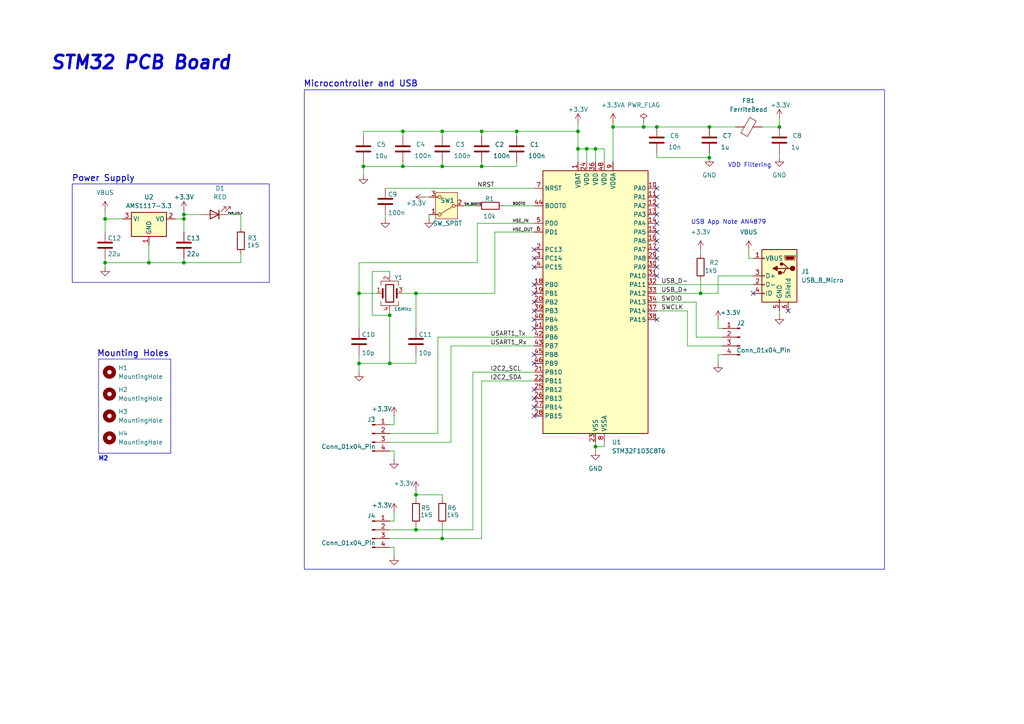
<source format=kicad_sch>
(kicad_sch (version 20231120) (generator "eeschema") (generator_version "8.0")
  (paper "A4")
  (title_block (title "STM32_PCB") (date "2025-02-18") (rev "0.1") (company "_pi.py"))
  (lib_symbols
    (symbol "Connector:Conn_01x04_Pin" (pin_names (offset 1.016) hide)
      (property "Reference" "J" (at 0 5.08 0))
      (property "Value" "Conn_01x04_Pin" (at 0 -7.62 0))
      (symbol "Conn_01x04_Pin_1_1"
        (polyline (pts (xy 1.27 -5.08) (xy 0.8636 -5.08)) (stroke (width 0.1524)))
        (polyline (pts (xy 1.27 -2.54) (xy 0.8636 -2.54)) (stroke (width 0.1524)))
        (polyline (pts (xy 1.27 0) (xy 0.8636 0)) (stroke (width 0.1524)))
        (polyline (pts (xy 1.27 2.54) (xy 0.8636 2.54)) (stroke (width 0.1524)))
        (rectangle (start 0.8636 -4.953) (end 0 -5.207) (stroke (width 0.1524)) (fill (type outline)))
        (rectangle (start 0.8636 -2.413) (end 0 -2.667) (stroke (width 0.1524)) (fill (type outline)))
        (rectangle (start 0.8636 0.127) (end 0 -0.127) (stroke (width 0.1524)) (fill (type outline)))
        (rectangle (start 0.8636 2.667) (end 0 2.413) (stroke (width 0.1524)) (fill (type outline)))
        (pin passive line (at 5.08 2.54 180) (length 3.81) (name "Pin_1") (number "1"))
        (pin passive line (at 5.08 0 180) (length 3.81) (name "Pin_2") (number "2"))
        (pin passive line (at 5.08 -2.54 180) (length 3.81) (name "Pin_3") (number "3"))
        (pin passive line (at 5.08 -5.08 180) (length 3.81) (name "Pin_4") (number "4"))
      )
    )
    (symbol "Connector:USB_B_Micro" (pin_names (offset 1.016))
      (property "Reference" "J" (at -5.08 11.43 0))
      (property "Value" "USB_B_Micro" (at -5.08 8.89 0))
      (symbol "USB_B_Micro_0_1"
        (rectangle (start -5.08 -7.62) (end 5.08 7.62) (stroke (width 0.254)) (fill (type background)))
        (circle (center -3.81 2.159) (radius 0.635) (stroke (width 0.254)) (fill (type outline)))
        (circle (center -0.635 3.429) (radius 0.381) (stroke (width 0.254)) (fill (type outline)))
        (rectangle (start -0.127 -7.62) (end 0.127 -6.858))
        (polyline (pts (xy -1.905 2.159) (xy 0.635 2.159)) (stroke (width 0.254)))
        (polyline (pts (xy -3.175 2.159) (xy -2.54 2.159) (xy -1.27 3.429) (xy -0.635 3.429)) (stroke (width 0.254)))
        (polyline (pts (xy -2.54 2.159) (xy -1.905 2.159) (xy -1.27 0.889) (xy 0 0.889)) (stroke (width 0.254)))
        (polyline (pts (xy 0.635 2.794) (xy 0.635 1.524) (xy 1.905 2.159) (xy 0.635 2.794)) (stroke (width 0.254)) (fill (type outline)))
        (polyline (pts (xy -4.318 5.588) (xy -1.778 5.588) (xy -2.032 4.826) (xy -4.064 4.826) (xy -4.318 5.588)) (fill (type outline)))
        (polyline (pts (xy -4.699 5.842) (xy -4.699 5.588) (xy -4.445 4.826) (xy -4.445 4.572) (xy -1.651 4.572) (xy -1.651 4.826) (xy -1.397 5.588) (xy -1.397 5.842) (xy -4.699 5.842)))
        (rectangle (start 0.254 1.27) (end -0.508 0.508) (stroke (width 0.254)) (fill (type outline)))
        (rectangle (start 5.08 -5.207) (end 4.318 -4.953))
        (rectangle (start 5.08 -2.667) (end 4.318 -2.413))
        (rectangle (start 5.08 -0.127) (end 4.318 0.127))
        (rectangle (start 5.08 4.953) (end 4.318 5.207))
      )
      (symbol "USB_B_Micro_1_1"
        (pin power_out line (at 7.62 5.08 180) (length 2.54) (name "VBUS") (number "1"))
        (pin bidirectional line (at 7.62 -2.54 180) (length 2.54) (name "D-") (number "2"))
        (pin bidirectional line (at 7.62 0 180) (length 2.54) (name "D+") (number "3"))
        (pin passive line (at 7.62 -5.08 180) (length 2.54) (name "ID") (number "4"))
        (pin power_out line (at 0 -10.16 90) (length 2.54) (name "GND") (number "5"))
        (pin passive line (at -2.54 -10.16 90) (length 2.54) (name "Shield") (number "6"))
      )
    )
    (symbol "Device:C" (pin_numbers hide) (pin_names (offset 0.254))
      (property "Reference" "C" (at 0.635 2.54 0))
      (property "Value" "C" (at 0.635 -2.54 0))
      (symbol "C_0_1"
        (polyline (pts (xy -2.032 -0.762) (xy 2.032 -0.762)) (stroke (width 0.508)))
        (polyline (pts (xy -2.032 0.762) (xy 2.032 0.762)) (stroke (width 0.508)))
      )
      (symbol "C_1_1"
        (pin passive line (at 0 3.81 270) (length 2.794) (name "~") (number "1"))
        (pin passive line (at 0 -3.81 90) (length 2.794) (name "~") (number "2"))
      )
    )
    (symbol "Device:Crystal_GND24" (pin_names (offset 1.016) hide)
      (property "Reference" "Y" (at 3.175 5.08 0))
      (property "Value" "Crystal_GND24" (at 3.175 3.175 0))
      (symbol "Crystal_GND24_0_1"
        (rectangle (start -1.143 2.54) (end 1.143 -2.54) (stroke (width 0.3048)))
        (polyline (pts (xy -2.54 0) (xy -2.032 0)))
        (polyline (pts (xy -2.032 -1.27) (xy -2.032 1.27)) (stroke (width 0.508)))
        (polyline (pts (xy 0 -3.81) (xy 0 -3.556)))
        (polyline (pts (xy 0 3.556) (xy 0 3.81)))
        (polyline (pts (xy 2.032 -1.27) (xy 2.032 1.27)) (stroke (width 0.508)))
        (polyline (pts (xy 2.032 0) (xy 2.54 0)))
        (polyline (pts (xy -2.54 -2.286) (xy -2.54 -3.556) (xy 2.54 -3.556) (xy 2.54 -2.286)))
        (polyline (pts (xy -2.54 2.286) (xy -2.54 3.556) (xy 2.54 3.556) (xy 2.54 2.286)))
      )
      (symbol "Crystal_GND24_1_1"
        (pin passive line (at -3.81 0 0) (length 1.27) (name "1") (number "1"))
        (pin passive line (at 0 5.08 270) (length 1.27) (name "2") (number "2"))
        (pin passive line (at 3.81 0 180) (length 1.27) (name "3") (number "3"))
        (pin passive line (at 0 -5.08 90) (length 1.27) (name "4") (number "4"))
      )
    )
    (symbol "Device:FerriteBead" (pin_numbers hide) (pin_names (offset 0))
      (property "Reference" "FB" (at -3.81 0.635 90))
      (property "Value" "FerriteBead" (at 3.81 0 90))
      (symbol "FerriteBead_0_1"
        (polyline (pts (xy 0 -1.27) (xy 0 -1.2192)))
        (polyline (pts (xy 0 1.27) (xy 0 1.2954)))
        (polyline (pts (xy -2.7686 0.4064) (xy -1.7018 2.2606) (xy 2.7686 -0.3048) (xy 1.6764 -2.159) (xy -2.7686 0.4064)))
      )
      (symbol "FerriteBead_1_1"
        (pin passive line (at 0 3.81 270) (length 2.54) (name "~") (number "1"))
        (pin passive line (at 0 -3.81 90) (length 2.54) (name "~") (number "2"))
      )
    )
    (symbol "Device:LED" (pin_numbers hide) (pin_names (offset 1.016) hide)
      (property "Reference" "D" (at 0 2.54 0))
      (property "Value" "LED" (at 0 -2.54 0))
      (symbol "LED_0_1"
        (polyline (pts (xy -1.27 -1.27) (xy -1.27 1.27)) (stroke (width 0.254)))
        (polyline (pts (xy -1.27 0) (xy 1.27 0)))
        (polyline (pts (xy 1.27 -1.27) (xy 1.27 1.27) (xy -1.27 0) (xy 1.27 -1.27)) (stroke (width 0.254)))
        (polyline (pts (xy -3.048 -0.762) (xy -4.572 -2.286) (xy -3.81 -2.286) (xy -4.572 -2.286) (xy -4.572 -1.524)))
        (polyline (pts (xy -1.778 -0.762) (xy -3.302 -2.286) (xy -2.54 -2.286) (xy -3.302 -2.286) (xy -3.302 -1.524)))
      )
      (symbol "LED_1_1"
        (pin passive line (at -3.81 0 0) (length 2.54) (name "K") (number "1"))
        (pin passive line (at 3.81 0 180) (length 2.54) (name "A") (number "2"))
      )
    )
    (symbol "Device:R" (pin_numbers hide) (pin_names (offset 0))
      (property "Reference" "R" (at 2.032 0 90))
      (property "Value" "R" (at 0 0 90))
      (symbol "R_0_1"
        (rectangle (start -1.016 -2.54) (end 1.016 2.54) (stroke (width 0.254)))
      )
      (symbol "R_1_1"
        (pin passive line (at 0 3.81 270) (length 1.27) (name "~") (number "1"))
        (pin passive line (at 0 -3.81 90) (length 1.27) (name "~") (number "2"))
      )
    )
    (symbol "MCU_ST_STM32F1:STM32F103C8Tx"
      (property "Reference" "U" (at -15.24 39.37 0))
      (property "Value" "STM32F103C8Tx" (at 7.62 39.37 0))
      (symbol "STM32F103C8Tx_0_1"
        (rectangle (start -15.24 -38.1) (end 15.24 38.1) (stroke (width 0.254)) (fill (type background)))
      )
      (symbol "STM32F103C8Tx_1_1"
        (pin power_in line (at -5.08 40.64 270) (length 2.54) (name "VBAT") (number "1"))
        (pin bidirectional line (at 17.78 33.02 180) (length 2.54) (name "PA0") (number "10"))
        (pin bidirectional line (at 17.78 30.48 180) (length 2.54) (name "PA1") (number "11"))
        (pin bidirectional line (at 17.78 27.94 180) (length 2.54) (name "PA2") (number "12"))
        (pin bidirectional line (at 17.78 25.4 180) (length 2.54) (name "PA3") (number "13"))
        (pin bidirectional line (at 17.78 22.86 180) (length 2.54) (name "PA4") (number "14"))
        (pin bidirectional line (at 17.78 20.32 180) (length 2.54) (name "PA5") (number "15"))
        (pin bidirectional line (at 17.78 17.78 180) (length 2.54) (name "PA6") (number "16"))
        (pin bidirectional line (at 17.78 15.24 180) (length 2.54) (name "PA7") (number "17"))
        (pin bidirectional line (at -17.78 5.08 0) (length 2.54) (name "PB0") (number "18"))
        (pin bidirectional line (at -17.78 2.54 0) (length 2.54) (name "PB1") (number "19"))
        (pin bidirectional line (at -17.78 15.24 0) (length 2.54) (name "PC13") (number "2"))
        (pin bidirectional line (at -17.78 0 0) (length 2.54) (name "PB2") (number "20"))
        (pin bidirectional line (at -17.78 -20.32 0) (length 2.54) (name "PB10") (number "21"))
        (pin bidirectional line (at -17.78 -22.86 0) (length 2.54) (name "PB11") (number "22"))
        (pin power_in line (at 0 -40.64 90) (length 2.54) (name "VSS") (number "23"))
        (pin power_in line (at -2.54 40.64 270) (length 2.54) (name "VDD") (number "24"))
        (pin bidirectional line (at -17.78 -25.4 0) (length 2.54) (name "PB12") (number "25"))
        (pin bidirectional line (at -17.78 -27.94 0) (length 2.54) (name "PB13") (number "26"))
        (pin bidirectional line (at -17.78 -30.48 0) (length 2.54) (name "PB14") (number "27"))
        (pin bidirectional line (at -17.78 -33.02 0) (length 2.54) (name "PB15") (number "28"))
        (pin bidirectional line (at 17.78 12.7 180) (length 2.54) (name "PA8") (number "29"))
        (pin bidirectional line (at -17.78 12.7 0) (length 2.54) (name "PC14") (number "3"))
        (pin bidirectional line (at 17.78 10.16 180) (length 2.54) (name "PA9") (number "30"))
        (pin bidirectional line (at 17.78 7.62 180) (length 2.54) (name "PA10") (number "31"))
        (pin bidirectional line (at 17.78 5.08 180) (length 2.54) (name "PA11") (number "32"))
        (pin bidirectional line (at 17.78 2.54 180) (length 2.54) (name "PA12") (number "33"))
        (pin bidirectional line (at 17.78 0 180) (length 2.54) (name "PA13") (number "34"))
        (pin passive line (at 0 -40.64 90) (length 2.54) hide (name "VSS") (number "35"))
        (pin power_in line (at 0 40.64 270) (length 2.54) (name "VDD") (number "36"))
        (pin bidirectional line (at 17.78 -2.54 180) (length 2.54) (name "PA14") (number "37"))
        (pin bidirectional line (at 17.78 -5.08 180) (length 2.54) (name "PA15") (number "38"))
        (pin bidirectional line (at -17.78 -2.54 0) (length 2.54) (name "PB3") (number "39"))
        (pin bidirectional line (at -17.78 10.16 0) (length 2.54) (name "PC15") (number "4"))
        (pin bidirectional line (at -17.78 -5.08 0) (length 2.54) (name "PB4") (number "40"))
        (pin bidirectional line (at -17.78 -7.62 0) (length 2.54) (name "PB5") (number "41"))
        (pin bidirectional line (at -17.78 -10.16 0) (length 2.54) (name "PB6") (number "42"))
        (pin bidirectional line (at -17.78 -12.7 0) (length 2.54) (name "PB7") (number "43"))
        (pin input line (at -17.78 27.94 0) (length 2.54) (name "BOOT0") (number "44"))
        (pin bidirectional line (at -17.78 -15.24 0) (length 2.54) (name "PB8") (number "45"))
        (pin bidirectional line (at -17.78 -17.78 0) (length 2.54) (name "PB9") (number "46"))
        (pin passive line (at 0 -40.64 90) (length 2.54) hide (name "VSS") (number "47"))
        (pin power_in line (at 2.54 40.64 270) (length 2.54) (name "VDD") (number "48"))
        (pin bidirectional line (at -17.78 22.86 0) (length 2.54) (name "PD0") (number "5"))
        (pin bidirectional line (at -17.78 20.32 0) (length 2.54) (name "PD1") (number "6"))
        (pin input line (at -17.78 33.02 0) (length 2.54) (name "NRST") (number "7"))
        (pin power_in line (at 2.54 -40.64 90) (length 2.54) (name "VSSA") (number "8"))
        (pin power_in line (at 5.08 40.64 270) (length 2.54) (name "VDDA") (number "9"))
      )
    )
    (symbol "Mechanical:MountingHole" (pin_names (offset 1.016)) (exclude_from_sim yes) (in_bom no)
      (property "Reference" "H" (at 0 5.08 0))
      (property "Value" "MountingHole" (at 0 3.175 0))
      (symbol "MountingHole_0_1"
        (circle (center 0 0) (radius 1.27) (stroke (width 1.27)))
      )
    )
    (symbol "Regulator_Linear:AMS1117-3.3"
      (property "Reference" "U" (at -3.81 3.175 0))
      (property "Value" "AMS1117-3.3" (at 0 3.175 0))
      (symbol "AMS1117-3.3_0_1"
        (rectangle (start -5.08 -5.08) (end 5.08 1.905) (stroke (width 0.254)) (fill (type background)))
      )
      (symbol "AMS1117-3.3_1_1"
        (pin power_in line (at 0 -7.62 90) (length 2.54) (name "GND") (number "1"))
        (pin power_out line (at 7.62 0 180) (length 2.54) (name "VO") (number "2"))
        (pin power_in line (at -7.62 0 0) (length 2.54) (name "VI") (number "3"))
      )
    )
    (symbol "Switch:SW_SPDT" (pin_names (offset 0) hide)
      (property "Reference" "SW" (at 0 5.08 0))
      (property "Value" "SW_SPDT" (at 0 -5.08 0))
      (symbol "SW_SPDT_0_1"
        (circle (center -2.032 0) (radius 0.4572))
        (polyline (pts (xy -1.651 0.254) (xy 1.651 2.286)))
        (circle (center 2.032 -2.54) (radius 0.4572))
        (circle (center 2.032 2.54) (radius 0.4572))
      )
      (symbol "SW_SPDT_1_1"
        (rectangle (start -3.175 3.81) (end 3.175 -3.81) (fill (type background)))
        (pin passive line (at 5.08 2.54 180) (length 2.54) (name "A") (number "1"))
        (pin passive line (at -5.08 0 0) (length 2.54) (name "B") (number "2"))
        (pin passive line (at 5.08 -2.54 180) (length 2.54) (name "C") (number "3"))
      )
    )
    (symbol "power:+3.3V" (power) (pin_numbers hide) (pin_names (offset 0) hide)
      (property "Value" "+3.3V" (at 0 3.556 0))
      (symbol "+3.3V_0_1"
        (polyline (pts (xy -0.762 1.27) (xy 0 2.54)))
        (polyline (pts (xy 0 0) (xy 0 2.54)))
        (polyline (pts (xy 0 2.54) (xy 0.762 1.27)))
      )
      (symbol "+3.3V_1_1"
        (pin power_in line (at 0 0 90) (length 0) (name "~") (number "1"))
      )
    )
    (symbol "power:+3.3VA" (power) (pin_numbers hide) (pin_names (offset 0) hide)
      (property "Value" "+3.3VA" (at 0 3.556 0))
      (symbol "+3.3VA_0_1"
        (polyline (pts (xy -0.762 1.27) (xy 0 2.54)))
        (polyline (pts (xy 0 0) (xy 0 2.54)))
        (polyline (pts (xy 0 2.54) (xy 0.762 1.27)))
      )
      (symbol "+3.3VA_1_1"
        (pin power_in line (at 0 0 90) (length 0) (name "~") (number "1"))
      )
    )
    (symbol "power:GND" (power) (pin_numbers hide) (pin_names (offset 0) hide)
      (property "Value" "GND" (at 0 -3.81 0))
      (symbol "GND_0_1"
        (polyline (pts (xy 0 0) (xy 0 -1.27) (xy 1.27 -1.27) (xy 0 -2.54) (xy -1.27 -1.27) (xy 0 -1.27)))
      )
      (symbol "GND_1_1"
        (pin power_in line (at 0 0 270) (length 0) (name "~") (number "1"))
      )
    )
    (symbol "power:PWR_FLAG" (power) (pin_numbers hide) (pin_names (offset 0) hide)
      (property "Value" "PWR_FLAG" (at 0 3.81 0))
      (symbol "PWR_FLAG_0_0"
        (pin power_out line (at 0 0 90) (length 0) (name "~") (number "1"))
      )
      (symbol "PWR_FLAG_0_1"
        (polyline (pts (xy 0 0) (xy 0 1.27) (xy -1.016 1.905) (xy 0 2.54) (xy 1.016 1.905) (xy 0 1.27)))
      )
    )
    (symbol "power:VBUS" (power) (pin_numbers hide) (pin_names (offset 0) hide)
      (property "Value" "VBUS" (at 0 3.556 0))
      (symbol "VBUS_0_1"
        (polyline (pts (xy -0.762 1.27) (xy 0 2.54)))
        (polyline (pts (xy 0 0) (xy 0 2.54)))
        (polyline (pts (xy 0 2.54) (xy 0.762 1.27)))
      )
      (symbol "VBUS_1_1"
        (pin power_in line (at 0 0 90) (length 0) (name "~") (number "1"))
      )
    )
  )
  (junction (at 30.48 76.2))
  (junction (at 128.27 156.21))
  (junction (at 190.5 36.83))
  (junction (at 104.14 85.09))
  (junction (at 177.8 36.83))
  (junction (at 104.14 105.41))
  (junction (at 120.65 153.67))
  (junction (at 120.65 143.51))
  (junction (at 205.74 36.83))
  (junction (at 149.86 38.1))
  (junction (at 53.34 76.2))
  (junction (at 139.7 38.1))
  (junction (at 113.03 91.44))
  (junction (at 53.34 63.5))
  (junction (at 167.64 38.1))
  (junction (at 226.06 36.83))
  (junction (at 116.84 38.1))
  (junction (at 53.34 62.23))
  (junction (at 205.74 45.72))
  (junction (at 116.84 48.26))
  (junction (at 170.18 43.18))
  (junction (at 43.18 76.2))
  (junction (at 113.03 105.41))
  (junction (at 172.72 43.18))
  (junction (at 30.48 63.5))
  (junction (at 203.2 85.09))
  (junction (at 128.27 38.1))
  (junction (at 139.7 48.26))
  (junction (at 172.72 129.54))
  (junction (at 105.41 48.26))
  (junction (at 186.69 36.83))
  (junction (at 167.64 43.18))
  (junction (at 128.27 48.26))
  (junction (at 120.65 85.09))
  (no_connect (at 190.5 72.39))
  (no_connect (at 190.5 69.85))
  (no_connect (at 190.5 74.93))
  (no_connect (at 190.5 77.47))
  (no_connect (at 154.94 72.39))
  (no_connect (at 190.5 67.31))
  (no_connect (at 154.94 77.47))
  (no_connect (at 154.94 95.25))
  (no_connect (at 154.94 105.41))
  (no_connect (at 218.44 85.09))
  (no_connect (at 154.94 102.87))
  (no_connect (at 154.94 82.55))
  (no_connect (at 190.5 64.77))
  (no_connect (at 154.94 118.11))
  (no_connect (at 154.94 87.63))
  (no_connect (at 154.94 120.65))
  (no_connect (at 154.94 85.09))
  (no_connect (at 190.5 62.23))
  (no_connect (at 228.6 90.17))
  (no_connect (at 154.94 115.57))
  (no_connect (at 154.94 92.71))
  (no_connect (at 154.94 113.03))
  (no_connect (at 190.5 54.61))
  (no_connect (at 190.5 57.15))
  (no_connect (at 154.94 90.17))
  (no_connect (at 154.94 74.93))
  (no_connect (at 190.5 80.01))
  (no_connect (at 190.5 92.71))
  (no_connect (at 190.5 59.69))
  (wire (pts (xy 190.5 44.45) (xy 190.5 45.72)))
  (wire (pts (xy 43.18 71.12) (xy 43.18 76.2)))
  (wire (pts (xy 116.84 38.1) (xy 128.27 38.1)))
  (wire (pts (xy 190.5 82.55) (xy 218.44 82.55)))
  (wire (pts (xy 113.03 78.74) (xy 107.95 78.74)))
  (wire (pts (xy 113.03 91.44) (xy 113.03 105.41)))
  (wire (pts (xy 172.72 129.54) (xy 175.26 129.54)))
  (wire (pts (xy 120.65 105.41) (xy 120.65 102.87)))
  (wire (pts (xy 154.94 64.77) (xy 138.43 64.77)))
  (wire (pts (xy 113.03 80.01) (xy 113.03 78.74)))
  (wire (pts (xy 120.65 143.51) (xy 128.27 143.51)))
  (wire (pts (xy 172.72 43.18) (xy 172.72 46.99)))
  (wire (pts (xy 201.93 87.63) (xy 201.93 97.79)))
  (wire (pts (xy 113.03 153.67) (xy 120.65 153.67)))
  (wire (pts (xy 134.62 59.69) (xy 138.43 59.69)))
  (wire (pts (xy 226.06 34.29) (xy 226.06 36.83)))
  (wire (pts (xy 69.85 76.2) (xy 53.34 76.2)))
  (wire (pts (xy 104.14 76.2) (xy 138.43 76.2)))
  (wire (pts (xy 69.85 62.23) (xy 66.04 62.23)))
  (wire (pts (xy 226.06 90.17) (xy 226.06 91.44)))
  (wire (pts (xy 43.18 76.2) (xy 53.34 76.2)))
  (wire (pts (xy 104.14 85.09) (xy 104.14 95.25)))
  (wire (pts (xy 226.06 44.45) (xy 226.06 45.72)))
  (wire (pts (xy 120.65 152.4) (xy 120.65 153.67)))
  (wire (pts (xy 104.14 102.87) (xy 104.14 105.41)))
  (wire (pts (xy 175.26 43.18) (xy 175.26 46.99)))
  (wire (pts (xy 190.5 90.17) (xy 199.39 90.17)))
  (wire (pts (xy 114.3 151.13) (xy 113.03 151.13)))
  (wire (pts (xy 69.85 62.23) (xy 69.85 66.04)))
  (wire (pts (xy 113.03 128.27) (xy 130.81 128.27)))
  (wire (pts (xy 199.39 100.33) (xy 209.55 100.33)))
  (wire (pts (xy 203.2 81.28) (xy 203.2 85.09)))
  (wire (pts (xy 205.74 44.45) (xy 205.74 45.72)))
  (wire (pts (xy 105.41 39.37) (xy 105.41 38.1)))
  (wire (pts (xy 138.43 64.77) (xy 138.43 76.2)))
  (wire (pts (xy 104.14 105.41) (xy 113.03 105.41)))
  (wire (pts (xy 208.28 95.25) (xy 209.55 95.25)))
  (wire (pts (xy 190.5 87.63) (xy 201.93 87.63)))
  (wire (pts (xy 105.41 48.26) (xy 116.84 48.26)))
  (wire (pts (xy 53.34 62.23) (xy 58.42 62.23)))
  (wire (pts (xy 30.48 74.93) (xy 30.48 76.2)))
  (wire (pts (xy 128.27 152.4) (xy 128.27 156.21)))
  (wire (pts (xy 128.27 38.1) (xy 128.27 39.37)))
  (wire (pts (xy 130.81 128.27) (xy 130.81 100.33)))
  (wire (pts (xy 30.48 67.31) (xy 30.48 63.5)))
  (wire (pts (xy 208.28 105.41) (xy 208.28 102.87)))
  (wire (pts (xy 190.5 85.09) (xy 203.2 85.09)))
  (wire (pts (xy 205.74 36.83) (xy 213.36 36.83)))
  (wire (pts (xy 208.28 102.87) (xy 209.55 102.87)))
  (wire (pts (xy 120.65 153.67) (xy 137.16 153.67)))
  (wire (pts (xy 53.34 60.96) (xy 53.34 62.23)))
  (wire (pts (xy 177.8 36.83) (xy 177.8 46.99)))
  (wire (pts (xy 143.51 67.31) (xy 143.51 85.09)))
  (wire (pts (xy 128.27 48.26) (xy 139.7 48.26)))
  (wire (pts (xy 199.39 90.17) (xy 199.39 100.33)))
  (wire (pts (xy 167.64 43.18) (xy 170.18 43.18)))
  (wire (pts (xy 120.65 85.09) (xy 120.65 95.25)))
  (wire (pts (xy 128.27 38.1) (xy 139.7 38.1)))
  (wire (pts (xy 172.72 43.18) (xy 175.26 43.18)))
  (wire (pts (xy 114.3 120.65) (xy 114.3 123.19)))
  (wire (pts (xy 53.34 63.5) (xy 53.34 67.31)))
  (wire (pts (xy 217.17 72.39) (xy 217.17 74.93)))
  (wire (pts (xy 116.84 85.09) (xy 120.65 85.09)))
  (wire (pts (xy 128.27 46.99) (xy 128.27 48.26)))
  (wire (pts (xy 139.7 156.21) (xy 139.7 110.49)))
  (wire (pts (xy 139.7 38.1) (xy 149.86 38.1)))
  (wire (pts (xy 190.5 45.72) (xy 205.74 45.72)))
  (wire (pts (xy 208.28 92.71) (xy 208.28 95.25)))
  (wire (pts (xy 143.51 67.31) (xy 154.94 67.31)))
  (wire (pts (xy 170.18 43.18) (xy 172.72 43.18)))
  (wire (pts (xy 114.3 133.35) (xy 114.3 130.81)))
  (wire (pts (xy 116.84 46.99) (xy 116.84 48.26)))
  (wire (pts (xy 120.65 85.09) (xy 143.51 85.09)))
  (wire (pts (xy 149.86 48.26) (xy 149.86 46.99)))
  (wire (pts (xy 128.27 144.78) (xy 128.27 143.51)))
  (wire (pts (xy 120.65 142.24) (xy 120.65 143.51)))
  (wire (pts (xy 170.18 43.18) (xy 170.18 46.99)))
  (wire (pts (xy 53.34 62.23) (xy 53.34 63.5)))
  (wire (pts (xy 167.64 43.18) (xy 167.64 46.99)))
  (wire (pts (xy 127 125.73) (xy 127 97.79)))
  (wire (pts (xy 105.41 38.1) (xy 116.84 38.1)))
  (wire (pts (xy 114.3 161.29) (xy 114.3 158.75)))
  (wire (pts (xy 124.46 62.23) (xy 124.46 63.5)))
  (wire (pts (xy 113.03 156.21) (xy 128.27 156.21)))
  (wire (pts (xy 203.2 85.09) (xy 208.28 85.09)))
  (wire (pts (xy 123.19 57.15) (xy 124.46 57.15)))
  (wire (pts (xy 203.2 72.39) (xy 203.2 73.66)))
  (wire (pts (xy 30.48 63.5) (xy 35.56 63.5)))
  (wire (pts (xy 69.85 73.66) (xy 69.85 76.2)))
  (wire (pts (xy 218.44 80.01) (xy 208.28 80.01)))
  (wire (pts (xy 104.14 85.09) (xy 109.22 85.09)))
  (wire (pts (xy 208.28 80.01) (xy 208.28 85.09)))
  (wire (pts (xy 114.3 158.75) (xy 113.03 158.75)))
  (wire (pts (xy 128.27 156.21) (xy 139.7 156.21)))
  (wire (pts (xy 137.16 107.95) (xy 154.94 107.95)))
  (wire (pts (xy 177.8 35.56) (xy 177.8 36.83)))
  (wire (pts (xy 113.03 90.17) (xy 113.03 91.44)))
  (wire (pts (xy 105.41 48.26) (xy 105.41 50.8)))
  (wire (pts (xy 105.41 46.99) (xy 105.41 48.26)))
  (wire (pts (xy 139.7 46.99) (xy 139.7 48.26)))
  (wire (pts (xy 217.17 74.93) (xy 218.44 74.93)))
  (wire (pts (xy 107.95 91.44) (xy 113.03 91.44)))
  (wire (pts (xy 167.64 38.1) (xy 167.64 43.18)))
  (wire (pts (xy 149.86 38.1) (xy 167.64 38.1)))
  (wire (pts (xy 116.84 48.26) (xy 128.27 48.26)))
  (wire (pts (xy 172.72 129.54) (xy 172.72 130.81)))
  (wire (pts (xy 139.7 110.49) (xy 154.94 110.49)))
  (wire (pts (xy 107.95 78.74) (xy 107.95 91.44)))
  (wire (pts (xy 114.3 148.59) (xy 114.3 151.13)))
  (wire (pts (xy 186.69 35.56) (xy 186.69 36.83)))
  (wire (pts (xy 172.72 128.27) (xy 172.72 129.54)))
  (wire (pts (xy 139.7 48.26) (xy 149.86 48.26)))
  (wire (pts (xy 116.84 38.1) (xy 116.84 39.37)))
  (wire (pts (xy 114.3 130.81) (xy 113.03 130.81)))
  (wire (pts (xy 137.16 153.67) (xy 137.16 107.95)))
  (wire (pts (xy 50.8 63.5) (xy 53.34 63.5)))
  (wire (pts (xy 104.14 105.41) (xy 104.14 107.95)))
  (wire (pts (xy 167.64 35.56) (xy 167.64 38.1)))
  (wire (pts (xy 30.48 77.47) (xy 30.48 76.2)))
  (wire (pts (xy 146.05 59.69) (xy 154.94 59.69)))
  (wire (pts (xy 120.65 143.51) (xy 120.65 144.78)))
  (wire (pts (xy 220.98 36.83) (xy 226.06 36.83)))
  (wire (pts (xy 175.26 128.27) (xy 175.26 129.54)))
  (wire (pts (xy 111.76 54.61) (xy 154.94 54.61)))
  (wire (pts (xy 190.5 36.83) (xy 205.74 36.83)))
  (wire (pts (xy 30.48 76.2) (xy 43.18 76.2)))
  (wire (pts (xy 53.34 76.2) (xy 53.34 74.93)))
  (wire (pts (xy 113.03 105.41) (xy 120.65 105.41)))
  (wire (pts (xy 30.48 60.96) (xy 30.48 63.5)))
  (wire (pts (xy 201.93 97.79) (xy 209.55 97.79)))
  (wire (pts (xy 127 97.79) (xy 154.94 97.79)))
  (wire (pts (xy 186.69 36.83) (xy 190.5 36.83)))
  (wire (pts (xy 139.7 38.1) (xy 139.7 39.37)))
  (wire (pts (xy 177.8 36.83) (xy 186.69 36.83)))
  (wire (pts (xy 104.14 76.2) (xy 104.14 85.09)))
  (wire (pts (xy 149.86 38.1) (xy 149.86 39.37)))
  (wire (pts (xy 130.81 100.33) (xy 154.94 100.33)))
  (wire (pts (xy 114.3 123.19) (xy 113.03 123.19)))
  (wire (pts (xy 113.03 125.73) (xy 127 125.73)))
  (wire (pts (xy 111.76 63.5) (xy 111.76 62.23)))
  (rectangle (start 88.265 26.035) (end 256.54 165.1))
  (rectangle (start 20.955 53.34) (end 78.105 81.915))
  (rectangle (start 28.575 104.14) (end 49.53 131.445))
  (text "USB App Note AN4879\n\n" (at 211.328 65.532 0) (effects (font (size 1.27 1.27))))
  (text "VDD Filtering\n" (at 217.424 48.006 0) (effects (font (size 1.27 1.27))))
  (text "Power Supply\n" (at 29.972 51.816 0) (effects (font (size 1.778 1.778) (thickness 0.254) (bold yes))))
  (text "STM32 PCB Board " (at 42.418 18.288 0) (effects (font (size 3.81 3.81) (thickness 0.762) (bold yes) (italic yes))))
  (text "Microcontroller and USB\n" (at 104.648 24.384 0) (effects (font (size 1.778 1.778) (thickness 0.254) (bold yes))))
  (text "Mounting Holes" (at 38.608 102.616 0) (effects (font (size 1.778 1.778) (thickness 0.254) (bold yes))))
  (text "M2\n" (at 29.972 133.096 0) (effects (font (size 1.27 1.27) (thickness 0.254) (bold yes))))
  (label "I2C2_SDA" (at 142.24 110.49 0))
  (label "HSE_OUT" (at 148.59 67.31 0) (effects (font (size 0.889 0.889))))
  (label "BOOT0" (at 148.59 59.69 0) (effects (font (size 0.762 0.762))))
  (label "I2C2_SCL" (at 142.24 107.95 0))
  (label "SWCLK" (at 191.77 90.17 0))
  (label "SWDIO" (at 191.77 87.63 0))
  (label "SW_BOOT0" (at 134.62 59.69 0) (effects (font (size 0.635 0.635))))
  (label "HSE_IN" (at 148.59 64.77 0) (effects (font (size 0.889 0.889))))
  (label "USB_D+" (at 191.77 85.09 0))
  (label "USB_D-" (at 191.77 82.55 0))
  (label "PWR_LED_K" (at 66.04 62.23 0) (effects (font (size 0.508 0.508))))
  (label "USART1_Rx" (at 142.24 100.33 0))
  (label "NRST" (at 138.43 54.61 0))
  (label "USART1_Tx" (at 142.24 97.79 0))
  (symbol (lib_id "power:+3.3V") (at 167.64 35.56 0) (unit 1)
    (property "Reference" "#PWR02" (effects (hide yes)))
    (property "Value" "+3.3V" (at 167.64 31.75 0))
    (property "Description" "Power symbol creates a global label with name \"+3.3V\"" (effects (hide yes)))
  )
  (symbol (lib_id "Mechanical:MountingHole") (at 31.75 107.95 0) (unit 1) (exclude_from_sim yes) (in_bom no)
    (property "Reference" "H1" (at 34.29 106.6799 0) (effects (justify left)))
    (property "Value" "MountingHole" (at 34.29 109.2199 0) (effects (justify left)))
    (property "Footprint" "MountingHole:MountingHole_2.2mm_M2" (effects (hide yes)))
    (property "Description" "Mounting Hole without connection" (effects (hide yes)))
  )
  (symbol (lib_id "power:GND") (at 226.06 45.72 0) (unit 1)
    (property "Reference" "#PWR06" (effects (hide yes)))
    (property "Value" "GND" (at 226.06 50.8 0))
    (property "Description" "Power symbol creates a global label with name \"GND\" , ground" (effects (hide yes)))
  )
  (symbol (lib_id "power:+3.3V") (at 120.65 142.24 0) (mirror y) (unit 1)
    (property "Reference" "#PWR024" (effects (hide yes)))
    (property "Value" "+3.3V" (at 117.094 140.208 0))
    (property "Description" "Power symbol creates a global label with name \"+3.3V\"" (effects (hide yes)))
  )
  (symbol (lib_id "Connector:Conn_01x04_Pin") (at 107.95 125.73 0) (unit 1)
    (property "Reference" "J3" (at 107.696 121.666 0))
    (property "Value" "Conn_01x04_Pin" (at 101.092 129.54 0))
    (property "Footprint" "Connector_PinHeader_2.54mm:PinHeader_1x04_P2.54mm_Vertical" (effects (hide yes)))
    (property "Description" "Generic connector, single row, 01x04, script generated" (effects (hide yes)))
  )
  (symbol (lib_id "Device:R") (at 120.65 148.59 0) (unit 1)
    (property "Reference" "R5" (at 123.444 147.32 0))
    (property "Value" "1k5" (at 123.698 149.352 0))
    (property "Footprint" "Resistor_SMD:R_0402_1005Metric" (effects (hide yes)))
    (property "Description" "Resistor" (effects (hide yes)))
  )
  (symbol (lib_id "power:GND") (at 172.72 130.81 0) (unit 1)
    (property "Reference" "#PWR01" (effects (hide yes)))
    (property "Value" "GND" (at 172.72 135.89 0))
    (property "Description" "Power symbol creates a global label with name \"GND\" , ground" (effects (hide yes)))
  )
  (symbol (lib_id "power:GND") (at 111.76 63.5 0) (unit 1)
    (property "Reference" "#PWR08" (effects (hide yes)))
    (property "Value" "GND" (effects (hide yes)))
    (property "Description" "Power symbol creates a global label with name \"GND\" , ground" (effects (hide yes)))
  )
  (symbol (lib_id "Device:C") (at 104.14 99.06 0) (unit 1)
    (property "Reference" "C10" (at 104.902 97.028 0) (effects (justify left)))
    (property "Value" "10p" (at 104.902 102.362 0) (effects (justify left)))
    (property "Footprint" "Capacitor_SMD:C_0402_1005Metric" (effects (hide yes)))
    (property "Description" "Unpolarized capacitor" (effects (hide yes)))
  )
  (symbol (lib_id "Device:C") (at 190.5 40.64 0) (unit 1)
    (property "Reference" "C6" (at 194.31 39.3699 0) (effects (justify left)))
    (property "Value" "10n" (at 193.802 42.672 0) (effects (justify left)))
    (property "Footprint" "Capacitor_SMD:C_0402_1005Metric" (effects (hide yes)))
    (property "Description" "Unpolarized capacitor" (effects (hide yes)))
  )
  (symbol (lib_id "power:+3.3V") (at 114.3 120.65 0) (mirror y) (unit 1)
    (property "Reference" "#PWR020" (effects (hide yes)))
    (property "Value" "+3.3V" (at 110.744 118.618 0))
    (property "Description" "Power symbol creates a global label with name \"+3.3V\"" (effects (hide yes)))
  )
  (symbol (lib_id "Device:LED") (at 62.23 62.23 180) (unit 1)
    (property "Reference" "D1" (at 63.8175 54.61 0))
    (property "Value" "RED" (at 63.8175 57.15 0))
    (property "Footprint" "LED_SMD:LED_0603_1608Metric" (effects (hide yes)))
    (property "Description" "Light emitting diode" (effects (hide yes)))
  )
  (symbol (lib_id "Connector:Conn_01x04_Pin") (at 214.63 97.79 0) (mirror y) (unit 1)
    (property "Reference" "J2" (at 214.884 93.726 0))
    (property "Value" "Conn_01x04_Pin" (at 221.488 101.6 0))
    (property "Footprint" "Connector_PinHeader_2.54mm:PinHeader_1x04_P2.54mm_Vertical" (effects (hide yes)))
    (property "Description" "Generic connector, single row, 01x04, script generated" (effects (hide yes)))
  )
  (symbol (lib_id "Device:C") (at 105.41 43.18 0) (unit 1)
    (property "Reference" "C5" (at 109.22 41.9099 0) (effects (justify left)))
    (property "Value" "10u" (at 108.712 45.212 0) (effects (justify left)))
    (property "Footprint" "Capacitor_SMD:C_0603_1608Metric" (effects (hide yes)))
    (property "Description" "Unpolarized capacitor" (effects (hide yes)))
  )
  (symbol (lib_id "Device:C") (at 111.76 58.42 0) (unit 1)
    (property "Reference" "C9" (at 112.522 56.388 0) (effects (justify left)))
    (property "Value" "100n" (at 112.522 61.722 0) (effects (justify left)))
    (property "Footprint" "Capacitor_SMD:C_0402_1005Metric" (effects (hide yes)))
    (property "Description" "Unpolarized capacitor" (effects (hide yes)))
  )
  (symbol (lib_id "power:GND") (at 114.3 161.29 0) (mirror y) (unit 1)
    (property "Reference" "#PWR023" (effects (hide yes)))
    (property "Value" "GND" (effects (hide yes)))
    (property "Description" "Power symbol creates a global label with name \"GND\" , ground" (effects (hide yes)))
  )
  (symbol (lib_id "Device:R") (at 69.85 69.85 0) (unit 1)
    (property "Reference" "R3" (at 73.152 69.088 0))
    (property "Value" "1k5" (at 73.406 71.12 0))
    (property "Footprint" "Resistor_SMD:R_0402_1005Metric" (effects (hide yes)))
    (property "Description" "Resistor" (effects (hide yes)))
  )
  (symbol (lib_id "Device:C") (at 149.86 43.18 0) (unit 1)
    (property "Reference" "C1" (at 153.67 41.9099 0) (effects (justify left)))
    (property "Value" "100n" (at 153.162 45.212 0) (effects (justify left)))
    (property "Footprint" "Capacitor_SMD:C_0402_1005Metric" (effects (hide yes)))
    (property "Description" "Unpolarized capacitor" (effects (hide yes)))
  )
  (symbol (lib_id "Device:R") (at 142.24 59.69 90) (unit 1)
    (property "Reference" "R1" (at 141.986 57.658 90))
    (property "Value" "10k" (at 141.986 62.738 90))
    (property "Footprint" "Resistor_SMD:R_0402_1005Metric" (effects (hide yes)))
    (property "Description" "Resistor" (effects (hide yes)))
  )
  (symbol (lib_id "Mechanical:MountingHole") (at 31.75 114.3 0) (unit 1) (exclude_from_sim yes) (in_bom no)
    (property "Reference" "H2" (at 34.29 113.0299 0) (effects (justify left)))
    (property "Value" "MountingHole" (at 34.29 115.5699 0) (effects (justify left)))
    (property "Footprint" "MountingHole:MountingHole_2.2mm_M2" (effects (hide yes)))
    (property "Description" "Mounting Hole without connection" (effects (hide yes)))
  )
  (symbol (lib_id "power:GND") (at 124.46 63.5 0) (unit 1)
    (property "Reference" "#PWR09" (effects (hide yes)))
    (property "Value" "GND" (effects (hide yes)))
    (property "Description" "Power symbol creates a global label with name \"GND\" , ground" (effects (hide yes)))
  )
  (symbol (lib_id "power:VBUS") (at 217.17 72.39 0) (unit 1)
    (property "Reference" "#PWR013" (effects (hide yes)))
    (property "Value" "VBUS" (at 217.17 67.31 0))
    (property "Description" "Power symbol creates a global label with name \"VBUS\"" (effects (hide yes)))
  )
  (symbol (lib_id "power:+3.3V") (at 208.28 92.71 0) (unit 1)
    (property "Reference" "#PWR015" (effects (hide yes)))
    (property "Value" "+3.3V" (at 211.836 90.678 0))
    (property "Description" "Power symbol creates a global label with name \"+3.3V\"" (effects (hide yes)))
  )
  (symbol (lib_id "Regulator_Linear:AMS1117-3.3") (at 43.18 63.5 0) (unit 1)
    (property "Reference" "U2" (at 43.18 57.15 0))
    (property "Value" "AMS1117-3.3" (at 43.18 59.69 0))
    (property "Footprint" "Package_TO_SOT_SMD:SOT-223-3_TabPin2" (effects (hide yes)))
    (property "Datasheet" "http://www.advanced-monolithic.com/pdf/ds1117.pdf" (effects (hide yes)))
    (property "Description" "1A Low Dropout regulator, positive, 3.3V fixed output, SOT-223" (effects (hide yes)))
  )
  (symbol (lib_id "Switch:SW_SPDT") (at 129.54 59.69 180) (unit 1)
    (property "Reference" "SW1" (at 129.794 58.166 0))
    (property "Value" "SW_SPDT" (at 129.794 64.77 0))
    (property "Footprint" "Button_Switch_SMD:SW_SPDT_PCM12" (effects (hide yes)))
    (property "Description" "Switch, single pole double throw" (effects (hide yes)))
  )
  (symbol (lib_id "Mechanical:MountingHole") (at 31.75 127 0) (unit 1) (exclude_from_sim yes) (in_bom no)
    (property "Reference" "H4" (at 34.29 125.7299 0) (effects (justify left)))
    (property "Value" "MountingHole" (at 34.29 128.2699 0) (effects (justify left)))
    (property "Footprint" "MountingHole:MountingHole_2.2mm_M2" (effects (hide yes)))
    (property "Description" "Mounting Hole without connection" (effects (hide yes)))
  )
  (symbol (lib_id "power:VBUS") (at 30.48 60.96 0) (unit 1)
    (property "Reference" "#PWR019" (effects (hide yes)))
    (property "Value" "VBUS" (at 30.48 55.88 0))
    (property "Description" "Power symbol creates a global label with name \"VBUS\"" (effects (hide yes)))
  )
  (symbol (lib_id "Connector:Conn_01x04_Pin") (at 107.95 153.67 0) (unit 1)
    (property "Reference" "J4" (at 107.696 149.606 0))
    (property "Value" "Conn_01x04_Pin" (at 101.092 157.48 0))
    (property "Footprint" "Connector_PinHeader_2.54mm:PinHeader_1x04_P2.54mm_Vertical" (effects (hide yes)))
    (property "Description" "Generic connector, single row, 01x04, script generated" (effects (hide yes)))
  )
  (symbol (lib_id "power:GND") (at 105.41 50.8 0) (unit 1)
    (property "Reference" "#PWR03" (effects (hide yes)))
    (property "Value" "GND" (effects (hide yes)))
    (property "Description" "Power symbol creates a global label with name \"GND\" , ground" (effects (hide yes)))
  )
  (symbol (lib_id "Device:R") (at 128.27 148.59 0) (unit 1)
    (property "Reference" "R6" (at 131.064 147.32 0))
    (property "Value" "1k5" (at 131.318 149.352 0))
    (property "Footprint" "Resistor_SMD:R_0402_1005Metric" (effects (hide yes)))
    (property "Description" "Resistor" (effects (hide yes)))
  )
  (symbol (lib_id "Device:FerriteBead") (at 217.17 36.83 90) (unit 1)
    (property "Reference" "FB1" (at 217.1192 29.21 90))
    (property "Value" "FerriteBead" (at 217.1192 31.75 90))
    (property "Footprint" "Inductor_SMD:L_0603_1608Metric" (effects (hide yes)))
    (property "Description" "Ferrite bead" (effects (hide yes)))
  )
  (symbol (lib_id "power:+3.3V") (at 53.34 60.96 0) (unit 1)
    (property "Reference" "#PWR018" (effects (hide yes)))
    (property "Value" "+3.3V" (at 53.34 57.15 0))
    (property "Description" "Power symbol creates a global label with name \"+3.3V\"" (effects (hide yes)))
  )
  (symbol (lib_id "Device:C") (at 30.48 71.12 0) (unit 1)
    (property "Reference" "C12" (at 31.242 69.088 0) (effects (justify left)))
    (property "Value" "22u" (at 31.242 73.66 0) (effects (justify left)))
    (property "Footprint" "Capacitor_SMD:C_0805_2012Metric" (effects (hide yes)))
    (property "Description" "Unpolarized capacitor" (effects (hide yes)))
  )
  (symbol (lib_id "power:GND") (at 205.74 45.72 0) (unit 1)
    (property "Reference" "#PWR05" (effects (hide yes)))
    (property "Value" "GND" (at 205.74 50.8 0))
    (property "Description" "Power symbol creates a global label with name \"GND\" , ground" (effects (hide yes)))
  )
  (symbol (lib_id "Device:C") (at 139.7 43.18 0) (unit 1)
    (property "Reference" "C2" (at 143.51 41.9099 0) (effects (justify left)))
    (property "Value" "100n" (at 143.002 45.212 0) (effects (justify left)))
    (property "Footprint" "Capacitor_SMD:C_0402_1005Metric" (effects (hide yes)))
    (property "Description" "Unpolarized capacitor" (effects (hide yes)))
  )
  (symbol (lib_id "power:GND") (at 226.06 91.44 0) (unit 1)
    (property "Reference" "#PWR012" (effects (hide yes)))
    (property "Value" "GND" (effects (hide yes)))
    (property "Description" "Power symbol creates a global label with name \"GND\" , ground" (effects (hide yes)))
  )
  (symbol (lib_id "Device:C") (at 226.06 40.64 0) (unit 1)
    (property "Reference" "C8" (at 229.87 39.3699 0) (effects (justify left)))
    (property "Value" "1u" (at 229.362 42.672 0) (effects (justify left)))
    (property "Footprint" "Capacitor_SMD:C_0402_1005Metric" (effects (hide yes)))
    (property "Description" "Unpolarized capacitor" (effects (hide yes)))
  )
  (symbol (lib_id "power:GND") (at 114.3 133.35 0) (mirror y) (unit 1)
    (property "Reference" "#PWR021" (effects (hide yes)))
    (property "Value" "GND" (effects (hide yes)))
    (property "Description" "Power symbol creates a global label with name \"GND\" , ground" (effects (hide yes)))
  )
  (symbol (lib_id "power:+3.3V") (at 226.06 34.29 0) (unit 1)
    (property "Reference" "#PWR07" (effects (hide yes)))
    (property "Value" "+3.3V" (at 226.314 30.48 0))
    (property "Description" "Power symbol creates a global label with name \"+3.3V\"" (effects (hide yes)))
  )
  (symbol (lib_id "power:+3.3V") (at 114.3 148.59 0) (mirror y) (unit 1)
    (property "Reference" "#PWR022" (effects (hide yes)))
    (property "Value" "+3.3V" (at 110.744 146.558 0))
    (property "Description" "Power symbol creates a global label with name \"+3.3V\"" (effects (hide yes)))
  )
  (symbol (lib_id "Connector:USB_B_Micro") (at 226.06 80.01 0) (mirror y) (unit 1)
    (property "Reference" "J1" (at 232.41 78.7399 0) (effects (justify right)))
    (property "Value" "USB_B_Micro" (at 232.41 81.2799 0) (effects (justify right)))
    (property "Footprint" "Connector_USB:USB_Micro-B_Wuerth_629105150521" (effects (hide yes)))
    (property "Description" "USB Micro Type B connector" (effects (hide yes)))
  )
  (symbol (lib_id "Device:Crystal_GND24") (at 113.03 85.09 0) (unit 1)
    (property "Reference" "Y1" (at 115.57 80.518 0))
    (property "Value" "16MHz" (at 116.84 89.662 0) (effects (font (size 1.016 1.016))))
    (property "Footprint" "Crystal:Crystal_SMD_3225-4Pin_3.2x2.5mm" (effects (hide yes)))
    (property "Description" "Four pin crystal, GND on pins 2 and 4" (effects (hide yes)))
  )
  (symbol (lib_id "Mechanical:MountingHole") (at 31.75 120.65 0) (unit 1) (exclude_from_sim yes) (in_bom no)
    (property "Reference" "H3" (at 34.29 119.3799 0) (effects (justify left)))
    (property "Value" "MountingHole" (at 34.29 121.9199 0) (effects (justify left)))
    (property "Footprint" "MountingHole:MountingHole_2.2mm_M2" (effects (hide yes)))
    (property "Description" "Mounting Hole without connection" (effects (hide yes)))
  )
  (symbol (lib_id "MCU_ST_STM32F1:STM32F103C8Tx") (at 172.72 87.63 0) (unit 1)
    (property "Reference" "U1" (at 177.4541 128.27 0) (effects (justify left)))
    (property "Value" "STM32F103C8T6" (at 177.4541 130.81 0) (effects (justify left)))
    (property "Footprint" "Package_QFP:LQFP-48_7x7mm_P0.5mm" (effects (hide yes)))
    (property "Datasheet" "https://www.st.com/resource/en/datasheet/stm32f103c8.pdf" (effects (hide yes)))
    (property "Description" "STMicroelectronics Arm Cortex-M3 MCU, 64KB flash, 20KB RAM, 72 MHz, 2.0-3.6V, 37 GPIO, LQFP48" (effects (hide yes)))
  )
  (symbol (lib_id "power:GND") (at 104.14 107.95 0) (unit 1)
    (property "Reference" "#PWR011" (effects (hide yes)))
    (property "Value" "GND" (effects (hide yes)))
    (property "Description" "Power symbol creates a global label with name \"GND\" , ground" (effects (hide yes)))
  )
  (symbol (lib_id "Device:C") (at 53.34 71.12 0) (unit 1)
    (property "Reference" "C13" (at 54.102 69.088 0) (effects (justify left)))
    (property "Value" "22u" (at 54.102 73.66 0) (effects (justify left)))
    (property "Footprint" "Capacitor_SMD:C_0805_2012Metric" (effects (hide yes)))
    (property "Description" "Unpolarized capacitor" (effects (hide yes)))
  )
  (symbol (lib_id "Device:R") (at 203.2 77.47 0) (unit 1)
    (property "Reference" "R2" (at 205.74 76.1999 0) (effects (justify left)))
    (property "Value" "1k5" (at 208.026 78.486 0) (effects (justify right)))
    (property "Footprint" "Resistor_SMD:R_0402_1005Metric" (effects (hide yes)))
    (property "Description" "Resistor" (effects (hide yes)))
  )
  (symbol (lib_id "power:+3.3VA") (at 177.8 35.56 0) (unit 1)
    (property "Reference" "#PWR04" (effects (hide yes)))
    (property "Value" "+3.3VA" (at 177.8 30.48 0))
    (property "Description" "Power symbol creates a global label with name \"+3.3VA\"" (effects (hide yes)))
  )
  (symbol (lib_id "Device:C") (at 116.84 43.18 0) (unit 1)
    (property "Reference" "C4" (at 120.65 41.9099 0) (effects (justify left)))
    (property "Value" "100n" (at 120.142 45.212 0) (effects (justify left)))
    (property "Footprint" "Capacitor_SMD:C_0402_1005Metric" (effects (hide yes)))
    (property "Description" "Unpolarized capacitor" (effects (hide yes)))
  )
  (symbol (lib_id "power:+3.3V") (at 123.19 57.15 90) (unit 1)
    (property "Reference" "#PWR010" (effects (hide yes)))
    (property "Value" "+3.3V" (at 120.65 58.928 90))
    (property "Description" "Power symbol creates a global label with name \"+3.3V\"" (effects (hide yes)))
  )
  (symbol (lib_id "Device:C") (at 128.27 43.18 0) (unit 1)
    (property "Reference" "C3" (at 132.08 41.9099 0) (effects (justify left)))
    (property "Value" "100n" (at 131.572 45.212 0) (effects (justify left)))
    (property "Footprint" "Capacitor_SMD:C_0402_1005Metric" (effects (hide yes)))
    (property "Description" "Unpolarized capacitor" (effects (hide yes)))
  )
  (symbol (lib_id "Device:C") (at 205.74 40.64 0) (unit 1)
    (property "Reference" "C7" (at 209.55 39.3699 0) (effects (justify left)))
    (property "Value" "1u" (at 209.042 42.672 0) (effects (justify left)))
    (property "Footprint" "Capacitor_SMD:C_0402_1005Metric" (effects (hide yes)))
    (property "Description" "Unpolarized capacitor" (effects (hide yes)))
  )
  (symbol (lib_id "power:PWR_FLAG") (at 186.69 35.56 0) (unit 1)
    (property "Reference" "#FLG02" (effects (hide yes)))
    (property "Value" "PWR_FLAG" (at 186.69 30.48 0))
    (property "Description" "Special symbol for telling ERC where power comes from" (effects (hide yes)))
  )
  (symbol (lib_id "Device:C") (at 120.65 99.06 0) (unit 1)
    (property "Reference" "C11" (at 121.412 97.028 0) (effects (justify left)))
    (property "Value" "10p" (at 121.412 102.362 0) (effects (justify left)))
    (property "Footprint" "Capacitor_SMD:C_0402_1005Metric" (effects (hide yes)))
    (property "Description" "Unpolarized capacitor" (effects (hide yes)))
  )
  (symbol (lib_id "power:GND") (at 30.48 77.47 0) (unit 1)
    (property "Reference" "#PWR017" (effects (hide yes)))
    (property "Value" "GND" (effects (hide yes)))
    (property "Description" "Power symbol creates a global label with name \"GND\" , ground" (effects (hide yes)))
  )
  (symbol (lib_id "power:+3.3V") (at 203.2 72.39 0) (unit 1)
    (property "Reference" "#PWR014" (effects (hide yes)))
    (property "Value" "+3.3V" (at 203.2 67.31 0))
    (property "Description" "Power symbol creates a global label with name \"+3.3V\"" (effects (hide yes)))
  )
  (symbol (lib_id "power:GND") (at 208.28 105.41 0) (unit 1)
    (property "Reference" "#PWR016" (effects (hide yes)))
    (property "Value" "GND" (effects (hide yes)))
    (property "Description" "Power symbol creates a global label with name \"GND\" , ground" (effects (hide yes)))
  )
)
</source>
